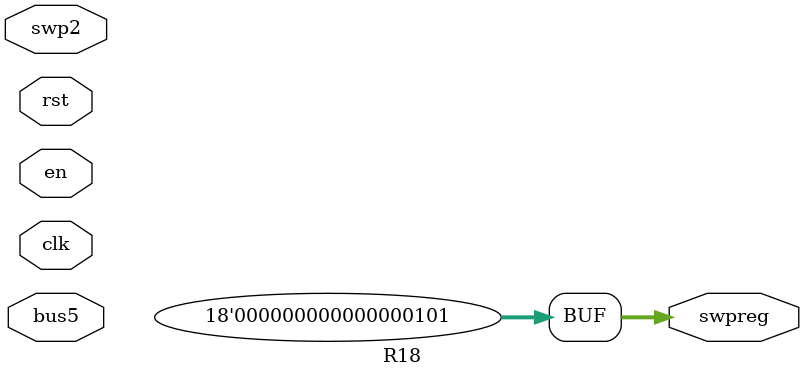
<source format=v>
`timescale 1ns / 1ps
module R18(swpreg,bus5,en,rst,swp2,clk
    );
input en,rst,swp2;
input clk;
input [17:0] bus5;
output [17:0] swpreg=18'd5;

reg [17:0] swpreg;

always @ (negedge clk) begin
	if (rst)
		swpreg<=18'd5;

	else if (swp2 & en)
	swpreg<= bus5;

end
		
endmodule
</source>
